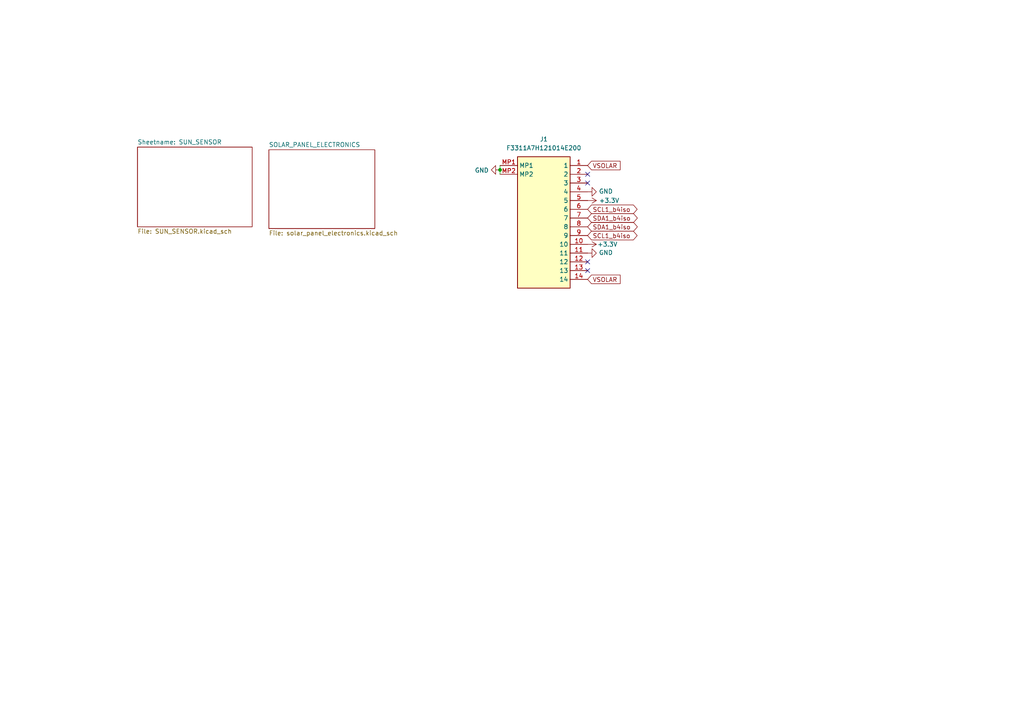
<source format=kicad_sch>
(kicad_sch (version 20230121) (generator eeschema)
  (paper "A4")
  (lib_symbols
    (symbol "F3311A7H121008E200:F3311A7H121014E200"
      (property "Reference" "J" (at 21.59 7.62 0))
      (property "Value" "F3311A7H121014E200" (at 21.59 5.08 0))
      (symbol "F3311A7H121014E200_1_1"
        (rectangle (start 5.08 2.54) (end 20.32 -35.56) (stroke (width 0.254)) (fill (type background)))
        (pin passive line (at 25.4 0 180) (length 5.08) (name "1") (number "1"))
        (pin passive line (at 25.4 -22.86 180) (length 5.08) (name "10") (number "10"))
        (pin passive line (at 25.4 -25.4 180) (length 5.08) (name "11") (number "11"))
        (pin passive line (at 25.4 -27.94 180) (length 5.08) (name "12") (number "12"))
        (pin passive line (at 25.4 -30.48 180) (length 5.08) (name "13") (number "13"))
        (pin passive line (at 25.4 -33.02 180) (length 5.08) (name "14") (number "14"))
        (pin passive line (at 25.4 -2.54 180) (length 5.08) (name "2") (number "2"))
        (pin passive line (at 25.4 -5.08 180) (length 5.08) (name "3") (number "3"))
        (pin passive line (at 25.4 -7.62 180) (length 5.08) (name "4") (number "4"))
        (pin passive line (at 25.4 -10.16 180) (length 5.08) (name "5") (number "5"))
        (pin passive line (at 25.4 -12.7 180) (length 5.08) (name "6") (number "6"))
        (pin passive line (at 25.4 -15.24 180) (length 5.08) (name "7") (number "7"))
        (pin passive line (at 25.4 -17.78 180) (length 5.08) (name "8") (number "8"))
        (pin passive line (at 25.4 -20.32 180) (length 5.08) (name "9") (number "9"))
        (pin passive line (at 0 0 0) (length 5.08) (name "MP1") (number "MP1"))
        (pin passive line (at 0 -2.54 0) (length 5.08) (name "MP2") (number "MP2"))
      )
    )
    (symbol "power:+3.3V" (power) (pin_names (offset 0))
      (property "Value" "+3.3V" (at 0 3.556 0))
      (symbol "+3.3V_0_1"
        (polyline (pts (xy -0.762 1.27) (xy 0 2.54)))
        (polyline (pts (xy 0 0) (xy 0 2.54)))
        (polyline (pts (xy 0 2.54) (xy 0.762 1.27)))
      )
      (symbol "+3.3V_1_1"
        (pin power_in line (at 0 0 90) (length 0) hide (name "+3.3V") (number "1"))
      )
    )
    (symbol "power:GND" (power) (pin_names (offset 0))
      (property "Value" "GND" (at 0 -3.81 0))
      (symbol "GND_0_1"
        (polyline (pts (xy 0 0) (xy 0 -1.27) (xy 1.27 -1.27) (xy 0 -2.54) (xy -1.27 -1.27) (xy 0 -1.27)))
      )
      (symbol "GND_1_1"
        (pin power_in line (at 0 0 270) (length 0) hide (name "GND") (number "1"))
      )
    )
  )
  (junction (at 145.034 49.276))
  (no_connect (at 170.434 53.086))
  (no_connect (at 170.434 50.546))
  (no_connect (at 170.434 75.946))
  (no_connect (at 170.434 78.486))
  (wire (pts (xy 145.034 49.276) (xy 145.034 50.546)))
  (wire (pts (xy 145.034 48.006) (xy 145.034 49.276)))
  (global_label "VSOLAR" (shape input) (at 170.434 81.026 0) (property "Intersheetrefs" "${INTERSHEET_REFS}" (effects hide)))
  (global_label "VSOLAR" (shape input) (at 170.434 48.006 0) (property "Intersheetrefs" "${INTERSHEET_REFS}" (effects hide)))
  (global_label "SCL1_b4iso" (shape bidirectional) (at 170.434 60.706 0) (property "Intersheetrefs" "${INTERSHEET_REFS}" (effects hide)))
  (global_label "SDA1_b4iso" (shape bidirectional) (at 170.434 63.246 0) (property "Intersheetrefs" "${INTERSHEET_REFS}" (effects hide)))
  (global_label "SDA1_b4iso" (shape bidirectional) (at 170.434 65.786 0) (property "Intersheetrefs" "${INTERSHEET_REFS}" (effects hide)))
  (global_label "SCL1_b4iso" (shape bidirectional) (at 170.434 68.326 0) (property "Intersheetrefs" "${INTERSHEET_REFS}" (effects hide)))
  (symbol (lib_id "power:GND") (at 145.034 49.276 270) (unit 1)
    (property "Reference" "#PWR025" (effects hide))
    (property "Value" "GND" (at 141.7828 49.403 90) (effects (justify right)))
  )
  (symbol (lib_id "power:GND") (at 170.434 73.406 90) (unit 1)
    (property "Reference" "#PWR029" (effects hide))
    (property "Value" "GND" (at 173.6852 73.279 90) (effects (justify right)))
  )
  (symbol (lib_id "power:+3.3V") (at 170.434 70.866 270) (mirror x) (unit 1)
    (property "Reference" "#PWR028" (effects hide))
    (property "Value" "+3.3V" (at 173.228 70.866 90) (effects (justify left)))
  )
  (symbol (lib_id "F3311A7H121008E200:F3311A7H121014E200") (at 145.034 48.006 0) (unit 1)
    (property "Reference" "J1" (at 157.734 40.386 0))
    (property "Value" "F3311A7H121014E200" (at 157.734 42.926 0))
    (property "Footprint" "F3311A7H121014E200" (effects hide))
    (property "Datasheet" "https://cdn.amphenol-cs.com/media/wysiwyg/files/documentation/datasheet/flex/ffc_fpc_050mm_f331.pdf" (effects hide))
    (property "Height" "1.12" (effects hide))
    (property "Manufacturer_Name" "Amphenol Communications Solutions" (effects hide))
    (property "Manufacturer_Part_Number" "F3311A7H121014E200" (effects hide))
  )
  (symbol (lib_id "power:GND") (at 170.434 55.626 90) (unit 1)
    (property "Reference" "#PWR026" (effects hide))
    (property "Value" "GND" (at 173.6852 55.499 90) (effects (justify right)))
  )
  (symbol (lib_id "power:+3.3V") (at 170.434 58.166 270) (mirror x) (unit 1)
    (property "Reference" "#PWR027" (effects hide))
    (property "Value" "+3.3V" (at 173.736 58.166 90) (effects (justify left)))
  )
  (sheet (at 39.878 42.672) (size 33.274 23.114) (stroke (width 0.1524))
    (property "Sheetname" "SUN_SENSOR" (at 39.878 41.9604 0) (show_name) (effects (justify left bottom)))
    (property "Sheetfile" "SUN_SENSOR.kicad_sch" (at 39.878 66.3706 0) (effects (justify left top)))
  )
  (sheet (at 77.978 43.434) (size 30.734 22.86) (stroke (width 0.1524))
    (property "Sheetname" "SOLAR_PANEL_ELECTRONICS" (at 77.978 42.7224 0) (effects (justify left bottom)))
    (property "Sheetfile" "solar_panel_electronics.kicad_sch" (at 77.978 66.8786 0) (effects (justify left top)))
  )
)
</source>
